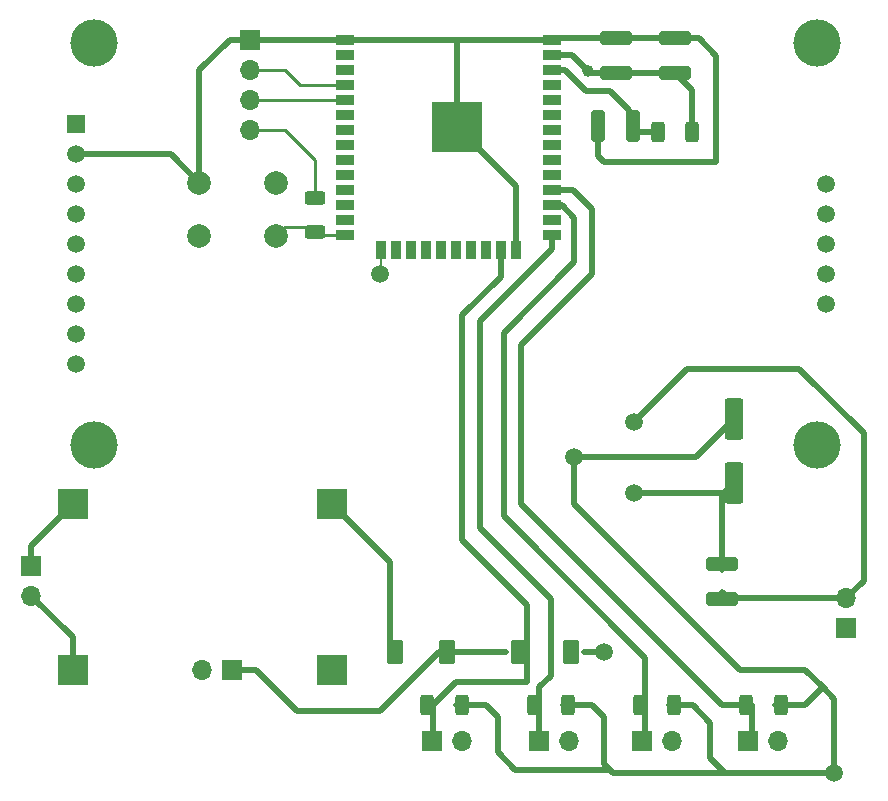
<source format=gbr>
%TF.GenerationSoftware,KiCad,Pcbnew,9.0.0*%
%TF.CreationDate,2025-04-01T19:23:24-03:00*%
%TF.ProjectId,ALFAGAME-v1,414c4641-4741-44d4-952d-76312e6b6963,rev?*%
%TF.SameCoordinates,Original*%
%TF.FileFunction,Copper,L2,Bot*%
%TF.FilePolarity,Positive*%
%FSLAX46Y46*%
G04 Gerber Fmt 4.6, Leading zero omitted, Abs format (unit mm)*
G04 Created by KiCad (PCBNEW 9.0.0) date 2025-04-01 19:23:24*
%MOMM*%
%LPD*%
G01*
G04 APERTURE LIST*
G04 Aperture macros list*
%AMRoundRect*
0 Rectangle with rounded corners*
0 $1 Rounding radius*
0 $2 $3 $4 $5 $6 $7 $8 $9 X,Y pos of 4 corners*
0 Add a 4 corners polygon primitive as box body*
4,1,4,$2,$3,$4,$5,$6,$7,$8,$9,$2,$3,0*
0 Add four circle primitives for the rounded corners*
1,1,$1+$1,$2,$3*
1,1,$1+$1,$4,$5*
1,1,$1+$1,$6,$7*
1,1,$1+$1,$8,$9*
0 Add four rect primitives between the rounded corners*
20,1,$1+$1,$2,$3,$4,$5,0*
20,1,$1+$1,$4,$5,$6,$7,0*
20,1,$1+$1,$6,$7,$8,$9,0*
20,1,$1+$1,$8,$9,$2,$3,0*%
G04 Aperture macros list end*
%TA.AperFunction,ComponentPad*%
%ADD10R,1.700000X1.700000*%
%TD*%
%TA.AperFunction,ComponentPad*%
%ADD11O,1.700000X1.700000*%
%TD*%
%TA.AperFunction,ComponentPad*%
%ADD12C,4.000000*%
%TD*%
%TA.AperFunction,ComponentPad*%
%ADD13R,1.500000X1.500000*%
%TD*%
%TA.AperFunction,ComponentPad*%
%ADD14C,1.500000*%
%TD*%
%TA.AperFunction,SMDPad,CuDef*%
%ADD15RoundRect,0.250000X0.312500X0.625000X-0.312500X0.625000X-0.312500X-0.625000X0.312500X-0.625000X0*%
%TD*%
%TA.AperFunction,SMDPad,CuDef*%
%ADD16RoundRect,0.250000X-0.625000X0.312500X-0.625000X-0.312500X0.625000X-0.312500X0.625000X0.312500X0*%
%TD*%
%TA.AperFunction,SMDPad,CuDef*%
%ADD17RoundRect,0.250000X-1.100000X0.325000X-1.100000X-0.325000X1.100000X-0.325000X1.100000X0.325000X0*%
%TD*%
%TA.AperFunction,SMDPad,CuDef*%
%ADD18RoundRect,0.250000X0.450000X0.800000X-0.450000X0.800000X-0.450000X-0.800000X0.450000X-0.800000X0*%
%TD*%
%TA.AperFunction,SMDPad,CuDef*%
%ADD19RoundRect,0.250000X0.325000X1.100000X-0.325000X1.100000X-0.325000X-1.100000X0.325000X-1.100000X0*%
%TD*%
%TA.AperFunction,ComponentPad*%
%ADD20C,2.000000*%
%TD*%
%TA.AperFunction,SMDPad,CuDef*%
%ADD21RoundRect,0.250000X1.100000X-0.325000X1.100000X0.325000X-1.100000X0.325000X-1.100000X-0.325000X0*%
%TD*%
%TA.AperFunction,SMDPad,CuDef*%
%ADD22RoundRect,0.250000X-0.550000X1.500000X-0.550000X-1.500000X0.550000X-1.500000X0.550000X1.500000X0*%
%TD*%
%TA.AperFunction,ComponentPad*%
%ADD23R,2.500000X2.500000*%
%TD*%
%TA.AperFunction,SMDPad,CuDef*%
%ADD24R,1.500000X0.900000*%
%TD*%
%TA.AperFunction,SMDPad,CuDef*%
%ADD25R,0.900000X1.500000*%
%TD*%
%TA.AperFunction,SMDPad,CuDef*%
%ADD26R,1.050000X1.050000*%
%TD*%
%TA.AperFunction,HeatsinkPad*%
%ADD27C,0.600000*%
%TD*%
%TA.AperFunction,HeatsinkPad*%
%ADD28R,4.200000X4.200000*%
%TD*%
%TA.AperFunction,ViaPad*%
%ADD29C,1.000000*%
%TD*%
%TA.AperFunction,ViaPad*%
%ADD30C,1.500000*%
%TD*%
%TA.AperFunction,Conductor*%
%ADD31C,0.500000*%
%TD*%
%TA.AperFunction,Conductor*%
%ADD32C,0.250000*%
%TD*%
%TA.AperFunction,Conductor*%
%ADD33C,0.200000*%
%TD*%
G04 APERTURE END LIST*
D10*
%TO.P,J6,1,Pin_1*%
%TO.N,Net-(J6-Pin_1)*%
X211225000Y-92000000D03*
D11*
%TO.P,J6,2,Pin_2*%
%TO.N,-BATT*%
X213765000Y-92000000D03*
%TD*%
D12*
%TO.P,DISPLAY2.8"1,*%
%TO.N,*%
X155800000Y-32900000D03*
X155800000Y-67000000D03*
X217000000Y-32900000D03*
X217000000Y-67000000D03*
D13*
%TO.P,DISPLAY2.8"1,1,VCC*%
%TO.N,+3V3*%
X154300000Y-39790000D03*
D14*
%TO.P,DISPLAY2.8"1,2,GND*%
%TO.N,-BATT*%
X154300000Y-42330000D03*
%TO.P,DISPLAY2.8"1,3,~{CS}*%
%TO.N,unconnected-(DISPLAY2.8"1-~{CS}-Pad3)*%
X154300000Y-44870000D03*
%TO.P,DISPLAY2.8"1,4,RESET*%
%TO.N,unconnected-(DISPLAY2.8"1-RESET-Pad4)*%
X154300000Y-47410000D03*
%TO.P,DISPLAY2.8"1,5,D/~{C}*%
%TO.N,unconnected-(DISPLAY2.8"1-D{slash}~{C}-Pad5)*%
X154300000Y-49950000D03*
%TO.P,DISPLAY2.8"1,6,MOSI*%
%TO.N,unconnected-(DISPLAY2.8"1-MOSI-Pad6)*%
X154300000Y-52490000D03*
%TO.P,DISPLAY2.8"1,7,SCK*%
%TO.N,unconnected-(DISPLAY2.8"1-SCK-Pad7)*%
X154300000Y-55030000D03*
%TO.P,DISPLAY2.8"1,8,LED*%
%TO.N,unconnected-(DISPLAY2.8"1-LED-Pad8)*%
X154300000Y-57570000D03*
%TO.P,DISPLAY2.8"1,9,MISO*%
%TO.N,unconnected-(DISPLAY2.8"1-MISO-Pad9)*%
X154300000Y-60110000D03*
%TO.P,DISPLAY2.8"1,10,SD_CS*%
%TO.N,unconnected-(DISPLAY2.8"1-SD_CS-Pad10)*%
X217820000Y-44870000D03*
%TO.P,DISPLAY2.8"1,11,SD_MOSI*%
%TO.N,unconnected-(DISPLAY2.8"1-SD_MOSI-Pad11)*%
X217820000Y-47410000D03*
%TO.P,DISPLAY2.8"1,12,SD_MISO*%
%TO.N,unconnected-(DISPLAY2.8"1-SD_MISO-Pad12)*%
X217820000Y-49950000D03*
%TO.P,DISPLAY2.8"1,13,SD_SCK*%
%TO.N,unconnected-(DISPLAY2.8"1-SD_SCK-Pad13)*%
X217820000Y-52490000D03*
%TO.P,DISPLAY2.8"1,14,FLASH_CD*%
%TO.N,unconnected-(DISPLAY2.8"1-FLASH_CD-Pad14)*%
X217820000Y-55030000D03*
%TD*%
D10*
%TO.P,BAT1,1,Pin_1*%
%TO.N,+BATT*%
X167500000Y-86000000D03*
D11*
%TO.P,BAT1,2,Pin_2*%
%TO.N,-BATT*%
X164960000Y-86000000D03*
%TD*%
D10*
%TO.P,J2,1,Pin_1*%
%TO.N,Net-(J2-Pin_1)*%
X184460000Y-92000000D03*
D11*
%TO.P,J2,2,Pin_2*%
%TO.N,-BATT*%
X187000000Y-92000000D03*
%TD*%
D10*
%TO.P,J4,1,Pin_1*%
%TO.N,Net-(J4-Pin_1)*%
X193500000Y-92000000D03*
D11*
%TO.P,J4,2,Pin_2*%
%TO.N,-BATT*%
X196040000Y-92000000D03*
%TD*%
D10*
%TO.P,J5,1,Pin_1*%
%TO.N,Net-(J5-Pin_1)*%
X202225000Y-92000000D03*
D11*
%TO.P,J5,2,Pin_2*%
%TO.N,-BATT*%
X204765000Y-92000000D03*
%TD*%
D10*
%TO.P,J3,1,Pin_1*%
%TO.N,+12V*%
X150500000Y-77225000D03*
D11*
%TO.P,J3,2,Pin_2*%
%TO.N,-BATT*%
X150500000Y-79765000D03*
%TD*%
D10*
%TO.P,SW1,1,Pin_1*%
%TO.N,+VSW*%
X219500000Y-82500000D03*
D11*
%TO.P,SW1,2,Pin_2*%
%TO.N,-VSW*%
X219500000Y-79960000D03*
%TD*%
D15*
%TO.P,R4,1*%
%TO.N,+3V3*%
X195962500Y-89000000D03*
%TO.P,R4,2*%
%TO.N,Net-(J4-Pin_1)*%
X193037500Y-89000000D03*
%TD*%
%TO.P,R6,1*%
%TO.N,+3V3*%
X213962500Y-89000000D03*
%TO.P,R6,2*%
%TO.N,Net-(J6-Pin_1)*%
X211037500Y-89000000D03*
%TD*%
D16*
%TO.P,R1,1*%
%TO.N,+3V3*%
X174500000Y-46037500D03*
%TO.P,R1,2*%
%TO.N,Net-(U2-IO0)*%
X174500000Y-48962500D03*
%TD*%
D17*
%TO.P,C3,1*%
%TO.N,-BATT*%
X200000000Y-32525000D03*
%TO.P,C3,2*%
%TO.N,+3V3*%
X200000000Y-35475000D03*
%TD*%
D18*
%TO.P,D2,1,K*%
%TO.N,+BATT*%
X185700000Y-84500000D03*
%TO.P,D2,2,A*%
%TO.N,Net-(D2-A)*%
X181300000Y-84500000D03*
%TD*%
D15*
%TO.P,R3,1*%
%TO.N,+3V3*%
X186962500Y-89000000D03*
%TO.P,R3,2*%
%TO.N,Net-(J2-Pin_1)*%
X184037500Y-89000000D03*
%TD*%
D18*
%TO.P,D3,1,K*%
%TO.N,+VSW*%
X196200000Y-84500000D03*
%TO.P,D3,2,A*%
%TO.N,+BATT*%
X191800000Y-84500000D03*
%TD*%
D17*
%TO.P,C2,1*%
%TO.N,-BATT*%
X205000000Y-32525000D03*
%TO.P,C2,2*%
%TO.N,+3V3*%
X205000000Y-35475000D03*
%TD*%
D19*
%TO.P,C1,1*%
%TO.N,Net-(U2-EN)*%
X201475000Y-40000000D03*
%TO.P,C1,2*%
%TO.N,-BATT*%
X198525000Y-40000000D03*
%TD*%
D20*
%TO.P,BOOT1,1,1*%
%TO.N,Net-(U2-IO0)*%
X164750000Y-49250000D03*
X171250000Y-49250000D03*
%TO.P,BOOT1,2,2*%
%TO.N,-BATT*%
X164750000Y-44750000D03*
X171250000Y-44750000D03*
%TD*%
D21*
%TO.P,C5,1*%
%TO.N,-VSW*%
X209000000Y-79975000D03*
%TO.P,C5,2*%
%TO.N,-BATT*%
X209000000Y-77025000D03*
%TD*%
D10*
%TO.P,J1,1,Pin_1*%
%TO.N,-BATT*%
X169000000Y-32700000D03*
D11*
%TO.P,J1,2,Pin_2*%
%TO.N,Net-(J1-Pin_2)*%
X169000000Y-35240000D03*
%TO.P,J1,3,Pin_3*%
%TO.N,Net-(J1-Pin_3)*%
X169000000Y-37780000D03*
%TO.P,J1,4,Pin_4*%
%TO.N,+3V3*%
X169000000Y-40320000D03*
%TD*%
D22*
%TO.P,C6,1*%
%TO.N,+3V3*%
X210000000Y-64800000D03*
%TO.P,C6,2*%
%TO.N,-BATT*%
X210000000Y-70200000D03*
%TD*%
D23*
%TO.P,M1,B+,B+*%
%TO.N,Net-(D2-A)*%
X176000000Y-72000000D03*
%TO.P,M1,B-,B-*%
%TO.N,-BATT*%
X176000000Y-86000000D03*
%TO.P,M1,IN+,IN+*%
%TO.N,+12V*%
X154000000Y-72000000D03*
%TO.P,M1,IN-,IN-*%
%TO.N,-BATT*%
X154000000Y-86000000D03*
%TD*%
D15*
%TO.P,R5,1*%
%TO.N,+3V3*%
X204962500Y-89000000D03*
%TO.P,R5,2*%
%TO.N,Net-(J5-Pin_1)*%
X202037500Y-89000000D03*
%TD*%
D24*
%TO.P,U2,1,GND*%
%TO.N,-BATT*%
X194595000Y-32685000D03*
%TO.P,U2,2,VDD*%
%TO.N,+3V3*%
X194595000Y-33955000D03*
%TO.P,U2,3,EN*%
%TO.N,Net-(U2-EN)*%
X194595000Y-35225000D03*
%TO.P,U2,4,SENSOR_VP*%
%TO.N,unconnected-(U2-SENSOR_VP-Pad4)*%
X194595000Y-36495000D03*
%TO.P,U2,5,SENSOR_VN*%
%TO.N,unconnected-(U2-SENSOR_VN-Pad5)*%
X194595000Y-37765000D03*
%TO.P,U2,6,IO34*%
%TO.N,unconnected-(U2-IO34-Pad6)*%
X194595000Y-39035000D03*
%TO.P,U2,7,IO35*%
%TO.N,unconnected-(U2-IO35-Pad7)*%
X194595000Y-40305000D03*
%TO.P,U2,8,IO32*%
%TO.N,unconnected-(U2-IO32-Pad8)*%
X194595000Y-41575000D03*
%TO.P,U2,9,IO33*%
%TO.N,unconnected-(U2-IO33-Pad9)*%
X194595000Y-42845000D03*
%TO.P,U2,10,IO25*%
%TO.N,unconnected-(U2-IO25-Pad10)*%
X194595000Y-44115000D03*
%TO.P,U2,11,IO26*%
%TO.N,Net-(J6-Pin_1)*%
X194595000Y-45385000D03*
%TO.P,U2,12,IO27*%
%TO.N,Net-(J5-Pin_1)*%
X194595000Y-46655000D03*
%TO.P,U2,13,IO14*%
%TO.N,unconnected-(U2-IO14-Pad13)*%
X194595000Y-47925000D03*
%TO.P,U2,14,IO12*%
%TO.N,Net-(J4-Pin_1)*%
X194595000Y-49195000D03*
D25*
%TO.P,U2,15,GND*%
%TO.N,-BATT*%
X191555000Y-50445000D03*
%TO.P,U2,16,IO13*%
%TO.N,Net-(J2-Pin_1)*%
X190285000Y-50445000D03*
%TO.P,U2,17,SHD/SD2*%
%TO.N,unconnected-(U2-SHD{slash}SD2-Pad17)*%
X189015000Y-50445000D03*
%TO.P,U2,18,SWP/SD3*%
%TO.N,unconnected-(U2-SWP{slash}SD3-Pad18)*%
X187745000Y-50445000D03*
%TO.P,U2,19,SCS/CMD*%
%TO.N,unconnected-(U2-SCS{slash}CMD-Pad19)*%
X186475000Y-50445000D03*
%TO.P,U2,20,SCK/CLK*%
%TO.N,unconnected-(U2-SCK{slash}CLK-Pad20)*%
X185205000Y-50445000D03*
%TO.P,U2,21,SDO/SD0*%
%TO.N,unconnected-(U2-SDO{slash}SD0-Pad21)*%
X183935000Y-50445000D03*
%TO.P,U2,22,SDI/SD1*%
%TO.N,unconnected-(U2-SDI{slash}SD1-Pad22)*%
X182665000Y-50445000D03*
%TO.P,U2,23,IO15*%
%TO.N,unconnected-(U2-IO15-Pad23)*%
X181395000Y-50445000D03*
%TO.P,U2,24,IO2*%
%TO.N,-BATT*%
X180125000Y-50445000D03*
D24*
%TO.P,U2,25,IO0*%
%TO.N,Net-(U2-IO0)*%
X177095000Y-49195000D03*
%TO.P,U2,26,IO4*%
%TO.N,unconnected-(U2-IO4-Pad26)*%
X177095000Y-47925000D03*
%TO.P,U2,27,IO16*%
%TO.N,unconnected-(U2-IO16-Pad27)*%
X177095000Y-46655000D03*
%TO.P,U2,28,IO17*%
%TO.N,unconnected-(U2-IO17-Pad28)*%
X177095000Y-45385000D03*
%TO.P,U2,29,IO5*%
%TO.N,unconnected-(U2-IO5-Pad29)*%
X177095000Y-44115000D03*
%TO.P,U2,30,IO18*%
%TO.N,unconnected-(U2-IO18-Pad30)*%
X177095000Y-42845000D03*
%TO.P,U2,31,IO19*%
%TO.N,unconnected-(U2-IO19-Pad31)*%
X177095000Y-41575000D03*
%TO.P,U2,32,NC*%
%TO.N,unconnected-(U2-NC-Pad32)*%
X177095000Y-40305000D03*
%TO.P,U2,33,IO21*%
%TO.N,unconnected-(U2-IO21-Pad33)*%
X177095000Y-39035000D03*
%TO.P,U2,34,RXD0/IO3*%
%TO.N,Net-(J1-Pin_3)*%
X177095000Y-37765000D03*
%TO.P,U2,35,TXD0/IO1*%
%TO.N,Net-(J1-Pin_2)*%
X177095000Y-36495000D03*
%TO.P,U2,36,IO22*%
%TO.N,unconnected-(U2-IO22-Pad36)*%
X177095000Y-35225000D03*
%TO.P,U2,37,IO23*%
%TO.N,unconnected-(U2-IO23-Pad37)*%
X177095000Y-33955000D03*
%TO.P,U2,38,GND*%
%TO.N,-BATT*%
X177095000Y-32685000D03*
D26*
%TO.P,U2,39,GND*%
X188050000Y-41550000D03*
D27*
X188050000Y-40787500D03*
D26*
X188050000Y-40025000D03*
D27*
X188050000Y-39262500D03*
D26*
X188050000Y-38500000D03*
D27*
X187287500Y-41550000D03*
X187287500Y-40025000D03*
X187287500Y-38500000D03*
D26*
X186525000Y-41550000D03*
D27*
X186525000Y-40787500D03*
D26*
X186525000Y-40025000D03*
D28*
X186525000Y-40025000D03*
D27*
X186525000Y-39262500D03*
D26*
X186525000Y-38500000D03*
D27*
X185762500Y-41550000D03*
X185762500Y-40025000D03*
X185762500Y-38500000D03*
D26*
X185000000Y-41550000D03*
D27*
X185000000Y-40787500D03*
D26*
X185000000Y-40025000D03*
D27*
X185000000Y-39262500D03*
D26*
X185000000Y-38500000D03*
%TD*%
D15*
%TO.P,R2,1*%
%TO.N,+3V3*%
X206462500Y-40500000D03*
%TO.P,R2,2*%
%TO.N,Net-(U2-EN)*%
X203537500Y-40500000D03*
%TD*%
D29*
%TO.N,+3V3*%
X197644586Y-35294065D03*
D30*
X218500000Y-94750000D03*
X196500000Y-68000000D03*
%TO.N,-BATT*%
X201500000Y-71000000D03*
X180000000Y-52500000D03*
%TO.N,+VSW*%
X199000000Y-84500000D03*
%TO.N,-VSW*%
X201518054Y-65044590D03*
%TD*%
D31*
%TO.N,Net-(U2-EN)*%
X200950000Y-38450000D02*
X199500000Y-37000000D01*
X201975000Y-40500000D02*
X201475000Y-40000000D01*
X195725000Y-35225000D02*
X194595000Y-35225000D01*
X199500000Y-37000000D02*
X197500000Y-37000000D01*
X197500000Y-37000000D02*
X195725000Y-35225000D01*
D32*
X200950000Y-38475000D02*
X200950000Y-38450000D01*
D31*
X201475000Y-40000000D02*
X201475000Y-39000000D01*
X203537500Y-40500000D02*
X201975000Y-40500000D01*
X201475000Y-39000000D02*
X200950000Y-38475000D01*
D33*
%TO.N,Net-(J1-Pin_3)*%
X177095000Y-37765000D02*
X177080000Y-37780000D01*
D32*
X177080000Y-37780000D02*
X169000000Y-37780000D01*
%TO.N,Net-(J1-Pin_2)*%
X173255000Y-36495000D02*
X172000000Y-35240000D01*
X177095000Y-36495000D02*
X173255000Y-36495000D01*
X169000000Y-35240000D02*
X172000000Y-35240000D01*
%TO.N,Net-(U2-IO0)*%
X177095000Y-49195000D02*
X175195000Y-49195000D01*
X174500000Y-48500000D02*
X172000000Y-48500000D01*
X172000000Y-48500000D02*
X171250000Y-49250000D01*
X175195000Y-49195000D02*
X174500000Y-48500000D01*
D31*
%TO.N,+3V3*%
X208000000Y-93500000D02*
X208000000Y-90500000D01*
X199000000Y-90000000D02*
X199000000Y-94000000D01*
X210000000Y-64800000D02*
X206800000Y-68000000D01*
X200000000Y-35500000D02*
X197850521Y-35500000D01*
X198000000Y-89000000D02*
X199000000Y-90000000D01*
X216000000Y-86000000D02*
X210500000Y-86000000D01*
X205000000Y-35475000D02*
X206462500Y-36937500D01*
X199000000Y-94000000D02*
X199500000Y-94500000D01*
X208000000Y-90500000D02*
X206500000Y-89000000D01*
D32*
X172000000Y-40320000D02*
X174500000Y-42820000D01*
D31*
X190000000Y-90000000D02*
X190000000Y-93000000D01*
X199500000Y-94500000D02*
X199750000Y-94750000D01*
X206462500Y-36937500D02*
X206462500Y-40500000D01*
X197850521Y-35500000D02*
X197644586Y-35294065D01*
X189000000Y-89000000D02*
X190000000Y-90000000D01*
X186500000Y-89000000D02*
X189000000Y-89000000D01*
X203475000Y-35475000D02*
X205000000Y-35475000D01*
X196305521Y-33955000D02*
X197644586Y-35294065D01*
X218500000Y-94750000D02*
X218500000Y-88500000D01*
D33*
X204000000Y-35475000D02*
X203475000Y-35475000D01*
D31*
X209250000Y-94750000D02*
X208000000Y-93500000D01*
X210500000Y-86000000D02*
X196500000Y-72000000D01*
X206500000Y-89000000D02*
X204500000Y-89000000D01*
X204975000Y-35500000D02*
X200025000Y-35500000D01*
X204000000Y-35475000D02*
X205000000Y-35475000D01*
X196500000Y-72000000D02*
X196500000Y-68000000D01*
X191500000Y-94500000D02*
X199500000Y-94500000D01*
X190000000Y-93000000D02*
X191500000Y-94500000D01*
X217500000Y-87500000D02*
X216000000Y-86000000D01*
X218500000Y-94750000D02*
X209250000Y-94750000D01*
X195500000Y-89000000D02*
X198000000Y-89000000D01*
X205000000Y-35475000D02*
X204975000Y-35500000D01*
D32*
X174500000Y-42820000D02*
X174500000Y-46500000D01*
D31*
X206800000Y-68000000D02*
X196500000Y-68000000D01*
X216000000Y-89000000D02*
X217500000Y-87500000D01*
D32*
X172000000Y-40320000D02*
X169000000Y-40320000D01*
D31*
X200025000Y-35500000D02*
X200000000Y-35475000D01*
X218500000Y-88500000D02*
X217500000Y-87500000D01*
X194595000Y-33955000D02*
X196305521Y-33955000D01*
X213500000Y-89000000D02*
X216000000Y-89000000D01*
X199750000Y-94750000D02*
X209250000Y-94750000D01*
D33*
X204000000Y-35475000D02*
X204000000Y-35500000D01*
D31*
%TO.N,-BATT*%
X209000000Y-77550000D02*
X209000000Y-71200000D01*
X172000000Y-32700000D02*
X167800000Y-32700000D01*
X162330000Y-42330000D02*
X154300000Y-42330000D01*
X197500000Y-32500000D02*
X200000000Y-32500000D01*
X191555000Y-45055000D02*
X188050000Y-41550000D01*
X194595000Y-32685000D02*
X186500000Y-32685000D01*
X208500000Y-34000000D02*
X208500000Y-43000000D01*
X164750000Y-44750000D02*
X162330000Y-42330000D01*
X204000000Y-32525000D02*
X207025000Y-32525000D01*
X201500000Y-71000000D02*
X209200000Y-71000000D01*
X200000000Y-32500000D02*
X203975000Y-32500000D01*
X201025000Y-32525000D02*
X204000000Y-32525000D01*
D33*
X199815000Y-32685000D02*
X200000000Y-32500000D01*
D31*
X198525000Y-42525000D02*
X198525000Y-39000000D01*
X164750000Y-35250000D02*
X167300000Y-32700000D01*
X154000000Y-85000000D02*
X154000000Y-86000000D01*
X186525000Y-40025000D02*
X186525000Y-32710000D01*
X194780000Y-32500000D02*
X197500000Y-32500000D01*
X207025000Y-32525000D02*
X208500000Y-34000000D01*
X186500000Y-32685000D02*
X177095000Y-32685000D01*
X186525000Y-32710000D02*
X186500000Y-32685000D01*
X208500000Y-43000000D02*
X199000000Y-43000000D01*
X209000000Y-71200000D02*
X210000000Y-70200000D01*
D33*
X177080000Y-32700000D02*
X177095000Y-32685000D01*
D31*
X154000000Y-83265000D02*
X154000000Y-86000000D01*
X191555000Y-50445000D02*
X191555000Y-45055000D01*
D33*
X203975000Y-32500000D02*
X204000000Y-32525000D01*
D31*
X199000000Y-43000000D02*
X198525000Y-42525000D01*
X164750000Y-44750000D02*
X164750000Y-35250000D01*
X150500000Y-79765000D02*
X154000000Y-83265000D01*
X194595000Y-32685000D02*
X194780000Y-32500000D01*
D33*
X180125000Y-52375000D02*
X180000000Y-52500000D01*
D31*
X167300000Y-32700000D02*
X169000000Y-32700000D01*
X209200000Y-71000000D02*
X210000000Y-70200000D01*
X172000000Y-32700000D02*
X177080000Y-32700000D01*
D33*
X180125000Y-50445000D02*
X180125000Y-52375000D01*
D31*
%TO.N,+VSW*%
X199000000Y-84500000D02*
X197325000Y-84500000D01*
%TO.N,+BATT*%
X186825000Y-84500000D02*
X190675000Y-84500000D01*
X185000000Y-84500000D02*
X180000000Y-89500000D01*
X186825000Y-84500000D02*
X185000000Y-84500000D01*
X173000000Y-89500000D02*
X169500000Y-86000000D01*
X180000000Y-89500000D02*
X173000000Y-89500000D01*
X169500000Y-86000000D02*
X167500000Y-86000000D01*
%TO.N,Net-(D2-A)*%
X180850000Y-84500000D02*
X180850000Y-76850000D01*
X180850000Y-76850000D02*
X176000000Y-72000000D01*
%TO.N,+12V*%
X150500000Y-77225000D02*
X150500000Y-75500000D01*
X150500000Y-75500000D02*
X154000000Y-72000000D01*
%TO.N,-VSW*%
X221000000Y-66000000D02*
X215500000Y-60500000D01*
X206062644Y-60500000D02*
X201518054Y-65044590D01*
X215500000Y-60500000D02*
X206062644Y-60500000D01*
X208950000Y-79500000D02*
X209000000Y-79450000D01*
X221000000Y-78460000D02*
X221000000Y-66000000D01*
X219500000Y-79960000D02*
X209510000Y-79960000D01*
X209510000Y-79960000D02*
X209000000Y-79450000D01*
X219500000Y-79960000D02*
X221000000Y-78460000D01*
%TO.N,Net-(J2-Pin_1)*%
X192500000Y-80500000D02*
X192500000Y-87000000D01*
D33*
X184500000Y-91960000D02*
X184460000Y-92000000D01*
D31*
X190285000Y-50445000D02*
X190285000Y-52715000D01*
X184500000Y-89000000D02*
X184500000Y-91960000D01*
X192500000Y-87000000D02*
X186500000Y-87000000D01*
X190285000Y-52715000D02*
X187000000Y-56000000D01*
X186500000Y-87000000D02*
X184500000Y-89000000D01*
X187000000Y-56000000D02*
X187000000Y-75000000D01*
X187000000Y-75000000D02*
X192500000Y-80500000D01*
%TO.N,Net-(J4-Pin_1)*%
X188500000Y-56500000D02*
X188500000Y-74000000D01*
X194500000Y-80000000D02*
X194500000Y-86500000D01*
X188500000Y-74000000D02*
X194500000Y-80000000D01*
X194595000Y-49195000D02*
X194595000Y-50405000D01*
X193500000Y-89000000D02*
X193500000Y-92000000D01*
X194500000Y-49290000D02*
X194595000Y-49195000D01*
X193500000Y-90000000D02*
X193500000Y-89500000D01*
X194500000Y-86500000D02*
X193500000Y-87500000D01*
X194595000Y-50405000D02*
X188500000Y-56500000D01*
X193500000Y-87500000D02*
X193500000Y-89000000D01*
%TO.N,Net-(J5-Pin_1)*%
X194595000Y-46655000D02*
X195427000Y-46655000D01*
X202500000Y-89000000D02*
X202500000Y-91725000D01*
X190500000Y-57500000D02*
X190500000Y-73000000D01*
X190500000Y-73000000D02*
X202500000Y-85000000D01*
X196500000Y-51500000D02*
X190500000Y-57500000D01*
X202500000Y-85000000D02*
X202500000Y-89000000D01*
X196500000Y-47728000D02*
X196500000Y-51500000D01*
X202500000Y-91725000D02*
X202225000Y-92000000D01*
X195427000Y-46655000D02*
X196500000Y-47728000D01*
%TO.N,Net-(J6-Pin_1)*%
X211500000Y-91725000D02*
X211225000Y-92000000D01*
X192000000Y-72000000D02*
X192000000Y-58500000D01*
X198000000Y-47000000D02*
X196385000Y-45385000D01*
X192000000Y-72000000D02*
X209000000Y-89000000D01*
X196385000Y-45385000D02*
X194595000Y-45385000D01*
X192000000Y-58500000D02*
X198000000Y-52500000D01*
X211500000Y-89000000D02*
X211500000Y-91725000D01*
X209000000Y-89000000D02*
X211500000Y-89000000D01*
X198000000Y-52500000D02*
X198000000Y-47000000D01*
%TD*%
M02*

</source>
